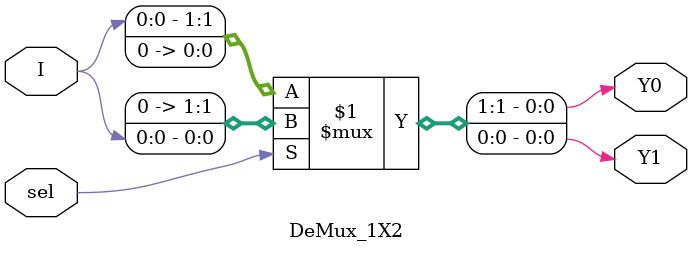
<source format=v>
`timescale 1ns / 1ps

module DeMux_1X2(I,sel,Y0,Y1);
input I,sel;
output Y0,Y1;

//using conditional operator 
assign {Y0,Y1}= sel?{1'b0,I}:{I,1'b0};
endmodule

</source>
